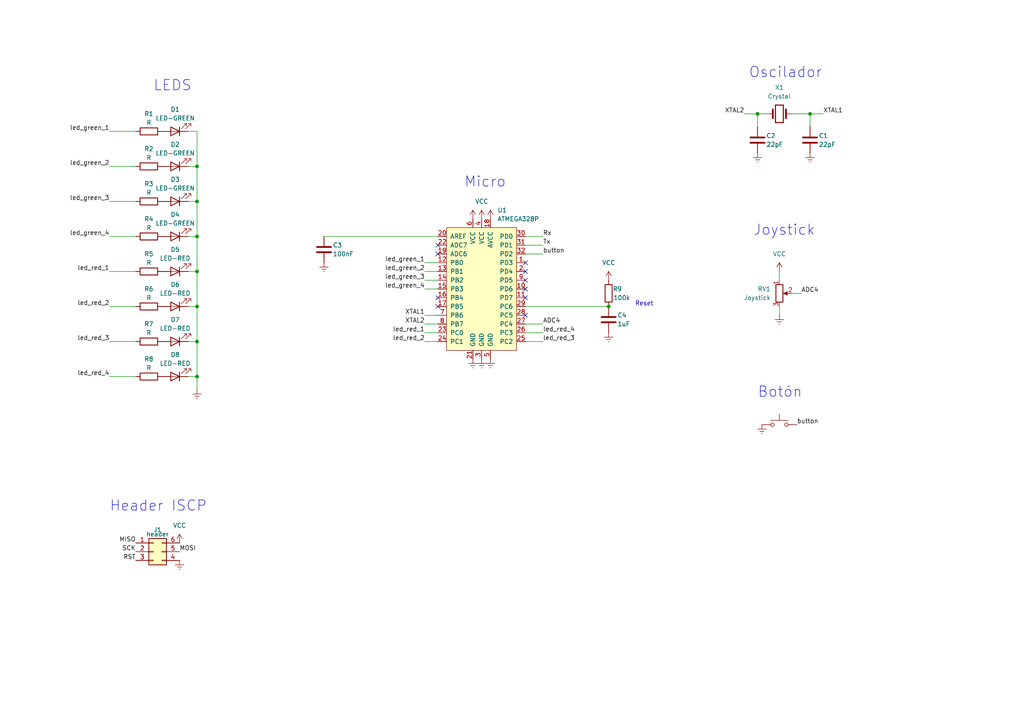
<source format=kicad_sch>
(kicad_sch (version 20211123) (generator eeschema)
  (paper "A4")
  (title_block (title "Trabajo práctico integrador") (company "Julieta Gonzalez Kratz y Leonel Gonzalez") (comment 1 "Laboratorio de Microcontroladores (8607)"))
  (lib_symbols
    (symbol "Connector_Generic:Conn_02x03_Counter_Clockwise" (pin_names (offset 1.016) hide)
      (property "Reference" "J" (at 1.27 5.08 0))
      (property "Value" "Conn_02x03_Counter_Clockwise" (at 1.27 -5.08 0))
      (symbol "Conn_02x03_Counter_Clockwise_1_1"
        (rectangle (start -1.27 -2.413) (end 0 -2.667) (stroke (width 0.1524)))
        (rectangle (start -1.27 0.127) (end 0 -0.127) (stroke (width 0.1524)))
        (rectangle (start -1.27 2.667) (end 0 2.413) (stroke (width 0.1524)))
        (rectangle (start -1.27 3.81) (end 3.81 -3.81) (stroke (width 0.254)) (fill (type background)))
        (rectangle (start 3.81 -2.413) (end 2.54 -2.667) (stroke (width 0.1524)))
        (rectangle (start 3.81 0.127) (end 2.54 -0.127) (stroke (width 0.1524)))
        (rectangle (start 3.81 2.667) (end 2.54 2.413) (stroke (width 0.1524)))
        (pin passive line (at -5.08 2.54 0) (length 3.81) (name "Pin_1") (number "1"))
        (pin passive line (at -5.08 0 0) (length 3.81) (name "Pin_2") (number "2"))
        (pin passive line (at -5.08 -2.54 0) (length 3.81) (name "Pin_3") (number "3"))
        (pin passive line (at 7.62 -2.54 180) (length 3.81) (name "Pin_4") (number "4"))
        (pin passive line (at 7.62 0 180) (length 3.81) (name "Pin_5") (number "5"))
        (pin passive line (at 7.62 2.54 180) (length 3.81) (name "Pin_6") (number "6"))
      )
    )
    (symbol "Device:C" (pin_numbers hide) (pin_names (offset 0.254))
      (property "Reference" "C" (at 0.635 2.54 0))
      (property "Value" "C" (at 0.635 -2.54 0))
      (symbol "C_0_1"
        (polyline (pts (xy -2.032 -0.762) (xy 2.032 -0.762)) (stroke (width 0.508)))
        (polyline (pts (xy -2.032 0.762) (xy 2.032 0.762)) (stroke (width 0.508)))
      )
      (symbol "C_1_1"
        (pin passive line (at 0 3.81 270) (length 2.794) (name "~") (number "1"))
        (pin passive line (at 0 -3.81 90) (length 2.794) (name "~") (number "2"))
      )
    )
    (symbol "Device:Crystal" (pin_numbers hide) (pin_names (offset 1.016) hide)
      (property "Reference" "Y" (at 0 3.81 0))
      (property "Value" "Crystal" (at 0 -3.81 0))
      (symbol "Crystal_0_1"
        (rectangle (start -1.143 2.54) (end 1.143 -2.54) (stroke (width 0.3048)))
        (polyline (pts (xy -2.54 0) (xy -1.905 0)))
        (polyline (pts (xy -1.905 -1.27) (xy -1.905 1.27)) (stroke (width 0.508)))
        (polyline (pts (xy 1.905 -1.27) (xy 1.905 1.27)) (stroke (width 0.508)))
        (polyline (pts (xy 2.54 0) (xy 1.905 0)))
      )
      (symbol "Crystal_1_1"
        (pin passive line (at -3.81 0 0) (length 1.27) (name "1") (number "1"))
        (pin passive line (at 3.81 0 180) (length 1.27) (name "2") (number "2"))
      )
    )
    (symbol "Device:LED" (pin_numbers hide) (pin_names (offset 1.016) hide)
      (property "Reference" "D" (at 0 2.54 0))
      (property "Value" "LED" (at 0 -2.54 0))
      (symbol "LED_0_1"
        (polyline (pts (xy -1.27 -1.27) (xy -1.27 1.27)) (stroke (width 0.254)))
        (polyline (pts (xy -1.27 0) (xy 1.27 0)))
        (polyline (pts (xy 1.27 -1.27) (xy 1.27 1.27) (xy -1.27 0) (xy 1.27 -1.27)) (stroke (width 0.254)))
        (polyline (pts (xy -3.048 -0.762) (xy -4.572 -2.286) (xy -3.81 -2.286) (xy -4.572 -2.286) (xy -4.572 -1.524)))
        (polyline (pts (xy -1.778 -0.762) (xy -3.302 -2.286) (xy -2.54 -2.286) (xy -3.302 -2.286) (xy -3.302 -1.524)))
      )
      (symbol "LED_1_1"
        (pin passive line (at -3.81 0 0) (length 2.54) (name "K") (number "1"))
        (pin passive line (at 3.81 0 180) (length 2.54) (name "A") (number "2"))
      )
    )
    (symbol "Device:R" (pin_numbers hide) (pin_names (offset 0))
      (property "Reference" "R" (at 2.032 0 90))
      (property "Value" "R" (at 0 0 90))
      (symbol "R_0_1"
        (rectangle (start -1.016 -2.54) (end 1.016 2.54) (stroke (width 0.254)))
      )
      (symbol "R_1_1"
        (pin passive line (at 0 3.81 270) (length 1.27) (name "~") (number "1"))
        (pin passive line (at 0 -3.81 90) (length 1.27) (name "~") (number "2"))
      )
    )
    (symbol "Device:R_Potentiometer" (pin_names (offset 1.016) hide)
      (property "Reference" "RV" (at -4.445 0 90))
      (property "Value" "R_Potentiometer" (at -2.54 0 90))
      (symbol "R_Potentiometer_0_1"
        (polyline (pts (xy 2.54 0) (xy 1.524 0)))
        (polyline (pts (xy 1.143 0) (xy 2.286 0.508) (xy 2.286 -0.508) (xy 1.143 0)) (fill (type outline)))
        (rectangle (start 1.016 2.54) (end -1.016 -2.54) (stroke (width 0.254)))
      )
      (symbol "R_Potentiometer_1_1"
        (pin passive line (at 0 3.81 270) (length 1.27) (name "1") (number "1"))
        (pin passive line (at 3.81 0 180) (length 1.27) (name "2") (number "2"))
        (pin passive line (at 0 -3.81 90) (length 1.27) (name "3") (number "3"))
      )
    )
    (symbol "Switch:SW_Push" (pin_numbers hide) (pin_names (offset 1.016) hide)
      (property "Reference" "SW" (at 1.27 2.54 0))
      (property "Value" "SW_Push" (at 0 -1.524 0))
      (symbol "SW_Push_0_1"
        (circle (center -2.032 0) (radius 0.508))
        (polyline (pts (xy 0 1.27) (xy 0 3.048)))
        (polyline (pts (xy 2.54 1.27) (xy -2.54 1.27)))
        (circle (center 2.032 0) (radius 0.508))
        (pin passive line (at -5.08 0 0) (length 2.54) (name "1") (number "1"))
        (pin passive line (at 5.08 0 180) (length 2.54) (name "2") (number "2"))
      )
    )
    (symbol "dk_Embedded-Microcontrollers:ATMEGA328P-AUR" (pin_names (offset 1.016))
      (property "Reference" "U" (at -10.16 24.13 0))
      (property "Value" "ATMEGA328P-AUR" (at 3.81 -13.97 0))
      (symbol "ATMEGA328P-AUR_0_1"
        (rectangle (start -10.16 22.86) (end 10.16 -12.7) (fill (type background)))
      )
      (symbol "ATMEGA328P-AUR_1_1"
        (pin bidirectional line (at 12.7 12.7 180) (length 2.54) (name "PD3") (number "1"))
        (pin bidirectional line (at 12.7 5.08 180) (length 2.54) (name "PD6") (number "10"))
        (pin bidirectional line (at 12.7 2.54 180) (length 2.54) (name "PD7") (number "11"))
        (pin bidirectional line (at -12.7 12.7 0) (length 2.54) (name "PB0") (number "12"))
        (pin bidirectional line (at -12.7 10.16 0) (length 2.54) (name "PB1") (number "13"))
        (pin bidirectional line (at -12.7 7.62 0) (length 2.54) (name "PB2") (number "14"))
        (pin bidirectional line (at -12.7 5.08 0) (length 2.54) (name "PB3") (number "15"))
        (pin bidirectional line (at -12.7 2.54 0) (length 2.54) (name "PB4") (number "16"))
        (pin bidirectional line (at -12.7 0 0) (length 2.54) (name "PB5") (number "17"))
        (pin power_in line (at 2.54 25.4 270) (length 2.54) (name "AVCC") (number "18"))
        (pin input line (at -12.7 15.24 0) (length 2.54) (name "ADC6") (number "19"))
        (pin bidirectional line (at 12.7 10.16 180) (length 2.54) (name "PD4") (number "2"))
        (pin input line (at -12.7 20.32 0) (length 2.54) (name "AREF") (number "20"))
        (pin power_in line (at -2.54 -15.24 90) (length 2.54) (name "GND") (number "21"))
        (pin input line (at -12.7 17.78 0) (length 2.54) (name "ADC7") (number "22"))
        (pin bidirectional line (at -12.7 -7.62 0) (length 2.54) (name "PC0") (number "23"))
        (pin bidirectional line (at -12.7 -10.16 0) (length 2.54) (name "PC1") (number "24"))
        (pin bidirectional line (at 12.7 -10.16 180) (length 2.54) (name "PC2") (number "25"))
        (pin bidirectional line (at 12.7 -7.62 180) (length 2.54) (name "PC3") (number "26"))
        (pin bidirectional line (at 12.7 -5.08 180) (length 2.54) (name "PC4") (number "27"))
        (pin bidirectional line (at 12.7 -2.54 180) (length 2.54) (name "PC5") (number "28"))
        (pin bidirectional line (at 12.7 0 180) (length 2.54) (name "PC6") (number "29"))
        (pin power_in line (at 0 -15.24 90) (length 2.54) (name "GND") (number "3"))
        (pin bidirectional line (at 12.7 20.32 180) (length 2.54) (name "PD0") (number "30"))
        (pin bidirectional line (at 12.7 17.78 180) (length 2.54) (name "PD1") (number "31"))
        (pin bidirectional line (at 12.7 15.24 180) (length 2.54) (name "PD2") (number "32"))
        (pin power_in line (at 0 25.4 270) (length 2.54) (name "VCC") (number "4"))
        (pin power_in line (at 2.54 -15.24 90) (length 2.54) (name "GND") (number "5"))
        (pin power_in line (at -2.54 25.4 270) (length 2.54) (name "VCC") (number "6"))
        (pin bidirectional line (at -12.7 -2.54 0) (length 2.54) (name "PB6") (number "7"))
        (pin bidirectional line (at -12.7 -5.08 0) (length 2.54) (name "PB7") (number "8"))
        (pin bidirectional line (at 12.7 7.62 180) (length 2.54) (name "PD5") (number "9"))
      )
    )
    (symbol "power:Earth" (power) (pin_names (offset 0))
      (symbol "Earth_0_1"
        (polyline (pts (xy -0.635 -1.905) (xy 0.635 -1.905)))
        (polyline (pts (xy -0.127 -2.54) (xy 0.127 -2.54)))
        (polyline (pts (xy 0 -1.27) (xy 0 0)))
        (polyline (pts (xy 1.27 -1.27) (xy -1.27 -1.27)))
      )
      (symbol "Earth_1_1"
        (pin power_in line (at 0 0 270) (length 0) hide (name "Earth") (number "1"))
      )
    )
    (symbol "power:VCC" (power) (pin_names (offset 0))
      (property "Value" "VCC" (at 0 3.81 0))
      (symbol "VCC_0_1"
        (polyline (pts (xy -0.762 1.27) (xy 0 2.54)))
        (polyline (pts (xy 0 0) (xy 0 2.54)))
        (polyline (pts (xy 0 2.54) (xy 0.762 1.27)))
      )
      (symbol "VCC_1_1"
        (pin power_in line (at 0 0 90) (length 0) hide (name "VCC") (number "1"))
      )
    )
  )
  (junction (at 57.15 68.58))
  (junction (at 57.15 109.22))
  (junction (at 57.15 48.26))
  (junction (at 57.15 88.9))
  (junction (at 234.95 33.02))
  (junction (at 57.15 78.74))
  (junction (at 219.71 33.02))
  (junction (at 57.15 99.06))
  (junction (at 57.15 58.42))
  (junction (at 176.53 88.9))
  (no_connect (at 152.4 81.28))
  (no_connect (at 152.4 86.36))
  (no_connect (at 152.4 91.44))
  (no_connect (at 152.4 78.74))
  (no_connect (at 152.4 76.2))
  (no_connect (at 127 71.12))
  (no_connect (at 127 86.36))
  (no_connect (at 127 88.9))
  (no_connect (at 152.4 83.82))
  (no_connect (at 127 73.66))
  (wire (pts (xy 234.95 33.02) (xy 238.76 33.02)))
  (wire (pts (xy 57.15 38.1) (xy 57.15 48.26)))
  (wire (pts (xy 123.19 96.52) (xy 127 96.52)))
  (wire (pts (xy 57.15 78.74) (xy 57.15 88.9)))
  (wire (pts (xy 226.06 78.74) (xy 226.06 81.28)))
  (wire (pts (xy 234.95 33.02) (xy 234.95 36.83)))
  (wire (pts (xy 123.19 81.28) (xy 127 81.28)))
  (wire (pts (xy 157.48 93.98) (xy 152.4 93.98)))
  (wire (pts (xy 123.19 76.2) (xy 127 76.2)))
  (wire (pts (xy 31.75 68.58) (xy 39.37 68.58)))
  (wire (pts (xy 123.19 78.74) (xy 127 78.74)))
  (wire (pts (xy 57.15 38.1) (xy 54.61 38.1)))
  (wire (pts (xy 31.75 48.26) (xy 39.37 48.26)))
  (wire (pts (xy 123.19 83.82) (xy 127 83.82)))
  (wire (pts (xy 57.15 68.58) (xy 57.15 78.74)))
  (wire (pts (xy 31.75 109.22) (xy 39.37 109.22)))
  (wire (pts (xy 31.75 99.06) (xy 39.37 99.06)))
  (wire (pts (xy 93.98 68.58) (xy 127 68.58)))
  (wire (pts (xy 157.48 73.66) (xy 152.4 73.66)))
  (wire (pts (xy 219.71 33.02) (xy 222.25 33.02)))
  (wire (pts (xy 226.06 91.44) (xy 226.06 88.9)))
  (wire (pts (xy 157.48 96.52) (xy 152.4 96.52)))
  (wire (pts (xy 57.15 109.22) (xy 54.61 109.22)))
  (wire (pts (xy 123.19 93.98) (xy 127 93.98)))
  (wire (pts (xy 31.75 58.42) (xy 39.37 58.42)))
  (wire (pts (xy 219.71 36.83) (xy 219.71 33.02)))
  (wire (pts (xy 57.15 48.26) (xy 54.61 48.26)))
  (wire (pts (xy 31.75 38.1) (xy 39.37 38.1)))
  (wire (pts (xy 57.15 88.9) (xy 54.61 88.9)))
  (wire (pts (xy 123.19 99.06) (xy 127 99.06)))
  (wire (pts (xy 57.15 99.06) (xy 57.15 109.22)))
  (wire (pts (xy 31.75 88.9) (xy 39.37 88.9)))
  (wire (pts (xy 57.15 58.42) (xy 57.15 68.58)))
  (wire (pts (xy 57.15 99.06) (xy 54.61 99.06)))
  (wire (pts (xy 157.48 68.58) (xy 152.4 68.58)))
  (wire (pts (xy 157.48 99.06) (xy 152.4 99.06)))
  (wire (pts (xy 57.15 109.22) (xy 57.15 113.03)))
  (wire (pts (xy 157.48 71.12) (xy 152.4 71.12)))
  (wire (pts (xy 57.15 68.58) (xy 54.61 68.58)))
  (wire (pts (xy 123.19 91.44) (xy 127 91.44)))
  (wire (pts (xy 57.15 88.9) (xy 57.15 99.06)))
  (wire (pts (xy 152.4 88.9) (xy 176.53 88.9)))
  (wire (pts (xy 57.15 78.74) (xy 54.61 78.74)))
  (wire (pts (xy 232.41 85.09) (xy 229.87 85.09)))
  (wire (pts (xy 31.75 78.74) (xy 39.37 78.74)))
  (wire (pts (xy 215.9 33.02) (xy 219.71 33.02)))
  (wire (pts (xy 57.15 58.42) (xy 54.61 58.42)))
  (wire (pts (xy 229.87 33.02) (xy 234.95 33.02)))
  (wire (pts (xy 57.15 48.26) (xy 57.15 58.42)))
  (text "Micro\n" (at 134.62 54.61 0) (effects (font (size 3 3)) (justify left bottom)))
  (text "Reset" (at 184.15 88.9 0) (effects (font (size 1.27 1.27)) (justify left bottom)))
  (text "LEDS" (at 44.45 26.67 0) (effects (font (size 3 3)) (justify left bottom)))
  (text "Botón\n" (at 219.71 115.57 0) (effects (font (size 3 3)) (justify left bottom)))
  (text "Header ISCP\n" (at 31.75 148.59 0) (effects (font (size 3 3)) (justify left bottom)))
  (text "Oscilador\n" (at 217.17 22.86 0) (effects (font (size 3 3)) (justify left bottom)))
  (text "Joystick\n" (at 218.44 68.58 0) (effects (font (size 3 3)) (justify left bottom)))
  (label "led_green_1" (at 31.75 38.1 180))
  (label "SCK" (at 39.37 160.02 180))
  (label "MISO" (at 39.37 157.48 180))
  (label "button" (at 157.48 73.66 0))
  (label "led_red_2" (at 123.19 99.06 180))
  (label "ADC4" (at 157.48 93.98 0))
  (label "button" (at 231.14 123.19 0))
  (label "led_red_3" (at 31.75 99.06 180))
  (label "XTAL2" (at 123.19 93.98 180))
  (label "Rx" (at 157.48 68.58 0))
  (label "ADC4" (at 232.41 85.09 0))
  (label "led_red_4" (at 31.75 109.22 180))
  (label "led_green_3" (at 31.75 58.42 180))
  (label "XTAL1" (at 238.76 33.02 0))
  (label "led_green_1" (at 123.19 76.2 180))
  (label "led_red_3" (at 157.48 99.06 0))
  (label "RST" (at 39.37 162.56 180))
  (label "led_green_4" (at 31.75 68.58 180))
  (label "led_green_2" (at 123.19 78.74 180))
  (label "led_red_1" (at 123.19 96.52 180))
  (label "led_green_2" (at 31.75 48.26 180))
  (label "led_red_4" (at 157.48 96.52 0))
  (label "XTAL1" (at 123.19 91.44 180))
  (label "led_red_1" (at 31.75 78.74 180))
  (label "Tx" (at 157.48 71.12 0))
  (label "led_green_4" (at 123.19 83.82 180))
  (label "led_red_2" (at 31.75 88.9 180))
  (label "led_green_3" (at 123.19 81.28 180))
  (label "XTAL2" (at 215.9 33.02 180))
  (label "MOSI" (at 52.07 160.02 0))
  (symbol (lib_id "power:VCC") (at 142.24 63.5 0) (unit 1)
    (property "Reference" "#PWR?" (effects hide))
    (property "Value" "VCC" (effects hide))
  )
  (symbol (lib_id "Device:R") (at 43.18 78.74 90) (unit 1)
    (property "Reference" "R5" (at 43.18 73.66 90))
    (property "Value" "R" (at 43.18 76.2 90))
  )
  (symbol (lib_id "Device:R") (at 43.18 38.1 90) (unit 1)
    (property "Reference" "R1" (at 43.18 33.02 90))
    (property "Value" "R" (at 43.18 35.56 90))
  )
  (symbol (lib_id "Device:R") (at 43.18 88.9 90) (unit 1)
    (property "Reference" "R6" (at 43.18 83.82 90))
    (property "Value" "R" (at 43.18 86.36 90))
  )
  (symbol (lib_id "power:Earth") (at 142.24 104.14 0) (unit 1)
    (property "Reference" "#PWR?" (effects hide))
    (property "Value" "Earth" (effects hide))
  )
  (symbol (lib_id "Device:LED") (at 50.8 109.22 180) (unit 1)
    (property "Reference" "D8" (at 50.8 102.87 0))
    (property "Value" "LED-RED" (at 50.8 105.41 0))
  )
  (symbol (lib_id "Device:LED") (at 50.8 58.42 180) (unit 1)
    (property "Reference" "D3" (at 50.8 52.07 0))
    (property "Value" "LED-GREEN" (at 50.8 54.61 0))
  )
  (symbol (lib_id "Device:R") (at 43.18 58.42 90) (unit 1)
    (property "Reference" "R3" (at 43.18 53.34 90))
    (property "Value" "R" (at 43.18 55.88 90))
  )
  (symbol (lib_id "power:Earth") (at 234.95 44.45 0) (unit 1)
    (property "Reference" "#PWR?" (effects hide))
    (property "Value" "Earth" (effects hide))
  )
  (symbol (lib_id "Device:C") (at 234.95 40.64 0) (unit 1)
    (property "Reference" "C1" (at 237.49 39.37 0) (effects (justify left)))
    (property "Value" "22pF" (at 237.49 41.91 0) (effects (justify left)))
  )
  (symbol (lib_id "power:Earth") (at 52.07 162.56 0) (unit 1)
    (property "Reference" "#PWR?" (effects hide))
    (property "Value" "Earth" (effects hide))
  )
  (symbol (lib_id "Device:LED") (at 50.8 38.1 180) (unit 1)
    (property "Reference" "D1" (at 50.8 31.75 0))
    (property "Value" "LED-GREEN" (at 50.8 34.29 0))
  )
  (symbol (lib_id "power:Earth") (at 219.71 44.45 0) (unit 1)
    (property "Reference" "#PWR?" (effects hide))
    (property "Value" "Earth" (effects hide))
  )
  (symbol (lib_id "power:Earth") (at 220.98 123.19 0) (unit 1)
    (property "Reference" "#PWR?" (effects hide))
    (property "Value" "Earth" (effects hide))
  )
  (symbol (lib_id "Device:LED") (at 50.8 88.9 180) (unit 1)
    (property "Reference" "D6" (at 50.8 82.55 0))
    (property "Value" "LED-RED" (at 50.8 85.09 0))
  )
  (symbol (lib_id "Device:LED") (at 50.8 78.74 180) (unit 1)
    (property "Reference" "D5" (at 50.8 72.39 0))
    (property "Value" "LED-RED" (at 50.8 74.93 0))
  )
  (symbol (lib_id "Device:Crystal") (at 226.06 33.02 0) (unit 1)
    (property "Reference" "X1" (at 226.06 25.4 0))
    (property "Value" "Crystal" (at 226.06 27.94 0))
  )
  (symbol (lib_id "Device:C") (at 219.71 40.64 0) (unit 1)
    (property "Reference" "C2" (at 222.25 39.37 0) (effects (justify left)))
    (property "Value" "22pF" (at 222.25 41.91 0) (effects (justify left)))
  )
  (symbol (lib_id "power:Earth") (at 137.16 104.14 0) (unit 1)
    (property "Reference" "#PWR?" (effects hide))
    (property "Value" "Earth" (effects hide))
  )
  (symbol (lib_id "Device:C") (at 93.98 72.39 0) (unit 1)
    (property "Reference" "C3" (at 96.52 71.12 0) (effects (justify left)))
    (property "Value" "100nF" (at 96.52 73.66 0) (effects (justify left)))
  )
  (symbol (lib_id "dk_Embedded-Microcontrollers:ATMEGA328P-AUR") (at 139.7 88.9 0) (unit 1)
    (property "Reference" "U1" (at 144.2594 60.96 0) (effects (justify left)))
    (property "Value" "ATMEGA328P" (at 144.2594 63.5 0) (effects (justify left)))
    (property "Footprint" "digikey-footprints:TQFP-32_7x7mm" (effects hide))
    (property "Datasheet" "http://www.microchip.com/mymicrochip/filehandler.aspx?ddocname=en608326" (effects hide))
    (property "Digi-Key_PN" "ATMEGA328P-AURCT-ND" (effects hide))
    (property "MPN" "ATMEGA328P-AUR" (effects hide))
    (property "Category" "Integrated Circuits (ICs)" (effects hide))
    (property "Family" "Embedded - Microcontrollers" (effects hide))
    (property "DK_Datasheet_Link" "http://www.microchip.com/mymicrochip/filehandler.aspx?ddocname=en608326" (effects hide))
    (property "DK_Detail_Page" "/product-detail/en/microchip-technology/ATMEGA328P-AUR/ATMEGA328P-AURCT-ND/3789455" (effects hide))
    (property "Description" "IC MCU 8BIT 32KB FLASH 32TQFP" (effects hide))
    (property "Manufacturer" "Microchip Technology" (effects hide))
    (property "Status" "Active" (effects hide))
  )
  (symbol (lib_id "Device:R") (at 43.18 109.22 90) (unit 1)
    (property "Reference" "R8" (at 43.18 104.14 90))
    (property "Value" "R" (at 43.18 106.68 90))
  )
  (symbol (lib_id "Connector_Generic:Conn_02x03_Counter_Clockwise") (at 44.45 160.02 0) (unit 1)
    (property "Reference" "J1" (at 45.72 153.67 0))
    (property "Value" "header" (at 45.72 154.94 0))
  )
  (symbol (lib_id "power:VCC") (at 137.16 63.5 0) (unit 1)
    (property "Reference" "#PWR?" (effects hide))
    (property "Value" "VCC" (effects hide))
  )
  (symbol (lib_id "Device:R") (at 43.18 99.06 90) (unit 1)
    (property "Reference" "R7" (at 43.18 93.98 90))
    (property "Value" "R" (at 43.18 96.52 90))
  )
  (symbol (lib_id "Device:C") (at 176.53 92.71 0) (unit 1)
    (property "Reference" "C4" (at 179.07 91.44 0) (effects (justify left)))
    (property "Value" "1uF" (at 179.07 93.98 0) (effects (justify left)))
  )
  (symbol (lib_id "power:Earth") (at 57.15 113.03 0) (unit 1)
    (property "Reference" "#PWR?" (effects hide))
    (property "Value" "Earth" (effects hide))
  )
  (symbol (lib_id "power:VCC") (at 176.53 81.28 0) (unit 1)
    (property "Reference" "#PWR?" (effects hide))
    (property "Value" "VCC" (at 176.53 76.2 0))
  )
  (symbol (lib_id "power:Earth") (at 226.06 91.44 0) (unit 1)
    (property "Reference" "#PWR?" (effects hide))
    (property "Value" "Earth" (effects hide))
  )
  (symbol (lib_id "power:Earth") (at 139.7 104.14 0) (unit 1)
    (property "Reference" "#PWR?" (effects hide))
    (property "Value" "Earth" (effects hide))
  )
  (symbol (lib_id "power:Earth") (at 93.98 76.2 0) (unit 1)
    (property "Reference" "#PWR?" (effects hide))
    (property "Value" "Earth" (effects hide))
  )
  (symbol (lib_id "power:VCC") (at 52.07 157.48 0) (unit 1)
    (property "Reference" "#PWR?" (effects hide))
    (property "Value" "VCC" (at 52.07 152.4 0))
  )
  (symbol (lib_id "Device:R") (at 43.18 68.58 90) (unit 1)
    (property "Reference" "R4" (at 43.18 63.5 90))
    (property "Value" "R" (at 43.18 66.04 90))
  )
  (symbol (lib_id "power:VCC") (at 139.7 63.5 0) (unit 1)
    (property "Reference" "#PWR?" (effects hide))
    (property "Value" "VCC" (at 139.7 58.42 0))
  )
  (symbol (lib_id "power:VCC") (at 226.06 78.74 0) (unit 1)
    (property "Reference" "#PWR?" (effects hide))
    (property "Value" "VCC" (at 226.06 73.66 0))
  )
  (symbol (lib_id "Device:R") (at 43.18 48.26 90) (unit 1)
    (property "Reference" "R2" (at 43.18 43.18 90))
    (property "Value" "R" (at 43.18 45.72 90))
  )
  (symbol (lib_id "power:Earth") (at 176.53 96.52 0) (unit 1)
    (property "Reference" "#PWR?" (effects hide))
    (property "Value" "Earth" (effects hide))
  )
  (symbol (lib_id "Switch:SW_Push") (at 226.06 123.19 0) (unit 1)
    (property "Reference" "SW?" (effects hide))
    (property "Value" "." (effects hide))
  )
  (symbol (lib_id "Device:LED") (at 50.8 48.26 180) (unit 1)
    (property "Reference" "D2" (at 50.8 41.91 0))
    (property "Value" "LED-GREEN" (at 50.8 44.45 0))
  )
  (symbol (lib_id "Device:R_Potentiometer") (at 226.06 85.09 0) (unit 1)
    (property "Reference" "RV1" (at 223.52 83.8199 0) (effects (justify right)))
    (property "Value" "Joystick" (at 223.52 86.3599 0) (effects (justify right)))
  )
  (symbol (lib_id "Device:LED") (at 50.8 99.06 180) (unit 1)
    (property "Reference" "D7" (at 50.8 92.71 0))
    (property "Value" "LED-RED" (at 50.8 95.25 0))
  )
  (symbol (lib_id "Device:LED") (at 50.8 68.58 180) (unit 1)
    (property "Reference" "D4" (at 50.8 62.23 0))
    (property "Value" "LED-GREEN" (at 50.8 64.77 0))
  )
  (symbol (lib_id "Device:R") (at 176.53 85.09 0) (unit 1)
    (property "Reference" "R9" (at 179.07 83.82 0))
    (property "Value" "100k" (at 180.34 86.36 0))
  )
)
</source>
